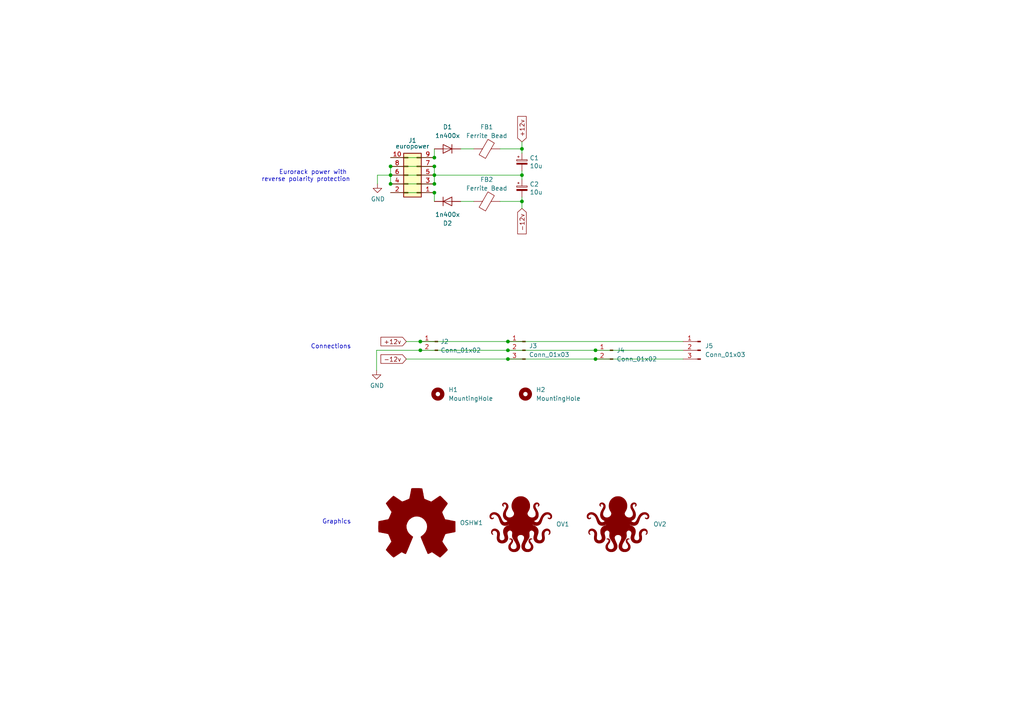
<source format=kicad_sch>
(kicad_sch (version 20211123) (generator eeschema)
  (paper "A4")
  (title_block (title "EurorackPower") (date "2023-12-30") (rev "0.1.0") (company "Octovolt"))
  (lib_symbols
    (symbol "Connector:Conn_01x02_Male" (pin_names (offset 1.016) hide)
      (property "Reference" "J" (at 0 2.54 0))
      (property "Value" "Conn_01x02_Male" (at 0 -5.08 0))
      (symbol "Conn_01x02_Male_1_1"
        (polyline (pts (xy 1.27 -2.54) (xy 0.8636 -2.54)) (stroke (width 0.1524)))
        (polyline (pts (xy 1.27 0) (xy 0.8636 0)) (stroke (width 0.1524)))
        (rectangle (start 0.8636 -2.413) (end 0 -2.667) (stroke (width 0.1524)) (fill (type outline)))
        (rectangle (start 0.8636 0.127) (end 0 -0.127) (stroke (width 0.1524)) (fill (type outline)))
        (pin passive line (at 5.08 0 180) (length 3.81) (name "Pin_1") (number "1"))
        (pin passive line (at 5.08 -2.54 180) (length 3.81) (name "Pin_2") (number "2"))
      )
    )
    (symbol "Connector:Conn_01x03_Male" (pin_names (offset 1.016) hide)
      (property "Reference" "J" (at 0 5.08 0))
      (property "Value" "Conn_01x03_Male" (at 0 -5.08 0))
      (symbol "Conn_01x03_Male_1_1"
        (polyline (pts (xy 1.27 -2.54) (xy 0.8636 -2.54)) (stroke (width 0.1524)))
        (polyline (pts (xy 1.27 0) (xy 0.8636 0)) (stroke (width 0.1524)))
        (polyline (pts (xy 1.27 2.54) (xy 0.8636 2.54)) (stroke (width 0.1524)))
        (rectangle (start 0.8636 -2.413) (end 0 -2.667) (stroke (width 0.1524)) (fill (type outline)))
        (rectangle (start 0.8636 0.127) (end 0 -0.127) (stroke (width 0.1524)) (fill (type outline)))
        (rectangle (start 0.8636 2.667) (end 0 2.413) (stroke (width 0.1524)) (fill (type outline)))
        (pin passive line (at 5.08 2.54 180) (length 3.81) (name "Pin_1") (number "1"))
        (pin passive line (at 5.08 0 180) (length 3.81) (name "Pin_2") (number "2"))
        (pin passive line (at 5.08 -2.54 180) (length 3.81) (name "Pin_3") (number "3"))
      )
    )
    (symbol "Connector_Generic:Conn_02x05_Odd_Even" (pin_names (offset 1.016) hide)
      (property "Reference" "J" (at 1.27 7.62 0))
      (property "Value" "Conn_02x05_Odd_Even" (at 1.27 -7.62 0))
      (symbol "Conn_02x05_Odd_Even_1_1"
        (rectangle (start -1.27 -4.953) (end 0 -5.207) (stroke (width 0.1524)))
        (rectangle (start -1.27 -2.413) (end 0 -2.667) (stroke (width 0.1524)))
        (rectangle (start -1.27 0.127) (end 0 -0.127) (stroke (width 0.1524)))
        (rectangle (start -1.27 2.667) (end 0 2.413) (stroke (width 0.1524)))
        (rectangle (start -1.27 5.207) (end 0 4.953) (stroke (width 0.1524)))
        (rectangle (start -1.27 6.35) (end 3.81 -6.35) (stroke (width 0.254)) (fill (type background)))
        (rectangle (start 3.81 -4.953) (end 2.54 -5.207) (stroke (width 0.1524)))
        (rectangle (start 3.81 -2.413) (end 2.54 -2.667) (stroke (width 0.1524)))
        (rectangle (start 3.81 0.127) (end 2.54 -0.127) (stroke (width 0.1524)))
        (rectangle (start 3.81 2.667) (end 2.54 2.413) (stroke (width 0.1524)))
        (rectangle (start 3.81 5.207) (end 2.54 4.953) (stroke (width 0.1524)))
        (pin passive line (at -5.08 5.08 0) (length 3.81) (name "Pin_1") (number "1"))
        (pin passive line (at 7.62 -5.08 180) (length 3.81) (name "Pin_10") (number "10"))
        (pin passive line (at 7.62 5.08 180) (length 3.81) (name "Pin_2") (number "2"))
        (pin passive line (at -5.08 2.54 0) (length 3.81) (name "Pin_3") (number "3"))
        (pin passive line (at 7.62 2.54 180) (length 3.81) (name "Pin_4") (number "4"))
        (pin passive line (at -5.08 0 0) (length 3.81) (name "Pin_5") (number "5"))
        (pin passive line (at 7.62 0 180) (length 3.81) (name "Pin_6") (number "6"))
        (pin passive line (at -5.08 -2.54 0) (length 3.81) (name "Pin_7") (number "7"))
        (pin passive line (at 7.62 -2.54 180) (length 3.81) (name "Pin_8") (number "8"))
        (pin passive line (at -5.08 -5.08 0) (length 3.81) (name "Pin_9") (number "9"))
      )
    )
    (symbol "Device:FerriteBead" (pin_numbers hide) (pin_names (offset 0))
      (property "Reference" "FB" (at -3.81 0.635 90))
      (property "Value" "FerriteBead" (at 3.81 0 90))
      (symbol "FerriteBead_0_1"
        (polyline (pts (xy 0 -1.27) (xy 0 -1.2192)))
        (polyline (pts (xy 0 1.27) (xy 0 1.2954)))
        (polyline (pts (xy -2.7686 0.4064) (xy -1.7018 2.2606) (xy 2.7686 -0.3048) (xy 1.6764 -2.159) (xy -2.7686 0.4064)))
      )
      (symbol "FerriteBead_1_1"
        (pin passive line (at 0 3.81 270) (length 2.54) (name "~") (number "1"))
        (pin passive line (at 0 -3.81 90) (length 2.54) (name "~") (number "2"))
      )
    )
    (symbol "Graphic:Logo_Open_Hardware_Large" (pin_names (offset 1.016))
      (property "Reference" "#OSHW" (at 0 12.7 0))
      (symbol "Logo_Open_Hardware_Large_1_1"
        (polyline (pts (xy 6.731 -8.7122) (xy 6.6294 -8.6614) (xy 6.35 -8.4836) (xy 5.9944 -8.255) (xy 5.5372 -7.9502) (xy 5.1054 -7.6454) (xy 4.7498 -7.4168) (xy 4.4958 -7.239) (xy 4.3942 -7.1882) (xy 4.318 -7.2136) (xy 4.1148 -7.3152) (xy 3.81 -7.4676) (xy 3.6322 -7.5692) (xy 3.3528 -7.6708) (xy 3.2258 -7.6962) (xy 3.2004 -7.6708) (xy 3.0988 -7.4676) (xy 2.9464 -7.0866) (xy 2.7178 -6.604) (xy 2.4892 -6.0452) (xy 2.2352 -5.4356) (xy 1.9558 -4.826) (xy 1.7272 -4.2164) (xy 1.4986 -3.683) (xy 1.3208 -3.2512) (xy 1.2192 -2.9464) (xy 1.1684 -2.8194) (xy 1.1938 -2.794) (xy 1.3208 -2.667) (xy 1.5748 -2.4892) (xy 2.0828 -2.0574) (xy 2.6162 -1.397) (xy 2.921 -0.6604) (xy 3.048 0.1524) (xy 2.9464 0.9144) (xy 2.6416 1.6256) (xy 2.1336 2.286) (xy 1.524 2.7686) (xy 0.8128 3.0734) (xy 0 3.175) (xy -0.762 3.0988) (xy -1.4986 2.794) (xy -2.159 2.286) (xy -2.4384 1.9812) (xy -2.8194 1.3208) (xy -3.048 0.6096) (xy -3.0734 0.4318) (xy -3.0226 -0.3556) (xy -2.794 -1.0922) (xy -2.3876 -1.7526) (xy -1.8288 -2.3114) (xy -1.7526 -2.3622) (xy -1.4732 -2.5654) (xy -1.2954 -2.6924) (xy -1.1684 -2.8194) (xy -2.159 -5.207) (xy -2.3114 -5.588) (xy -2.5908 -6.2484) (xy -2.8194 -6.8072) (xy -3.0226 -7.2644) (xy -3.1496 -7.5692) (xy -3.2258 -7.6708) (xy -3.2258 -7.6962) (xy -3.302 -7.6962) (xy -3.4798 -7.6454) (xy -3.8354 -7.4676) (xy -4.0386 -7.366) (xy -4.2926 -7.239) (xy -4.4196 -7.1882) (xy -4.5212 -7.239) (xy -4.7498 -7.3914) (xy -5.1054 -7.6454) (xy -5.5372 -7.9248) (xy -5.9436 -8.2042) (xy -6.3246 -8.4582) (xy -6.604 -8.636) (xy -6.731 -8.7122) (xy -6.7564 -8.7122) (xy -6.858 -8.636) (xy -7.0866 -8.4582) (xy -7.4168 -8.1534) (xy -7.874 -7.6962) (xy -7.9502 -7.62) (xy -8.3312 -7.239) (xy -8.636 -6.9088) (xy -8.8392 -6.6802) (xy -8.9154 -6.5786) (xy -8.9154 -6.5786) (xy -8.8392 -6.4516) (xy -8.6614 -6.1722) (xy -8.4328 -5.7912) (xy -8.128 -5.3594) (xy -7.3152 -4.191) (xy -7.7724 -3.0988) (xy -7.8994 -2.7686) (xy -8.0772 -2.3622) (xy -8.2042 -2.0828) (xy -8.255 -1.9558) (xy -8.382 -1.905) (xy -8.6614 -1.8542) (xy -9.0932 -1.7526) (xy -9.6266 -1.651) (xy -10.1092 -1.5748) (xy -10.541 -1.4732) (xy -10.8712 -1.4224) (xy -11.0236 -1.397) (xy -11.049 -1.3716) (xy -11.0744 -1.2954) (xy -11.0998 -1.143) (xy -11.0998 -0.889) (xy -11.1252 -0.4572) (xy -11.1252 0.1524) (xy -11.1252 0.2286) (xy -11.0998 0.8128) (xy -11.0998 1.27) (xy -11.0744 1.5494) (xy -11.0744 1.6764) (xy -11.0744 1.6764) (xy -10.922 1.7018) (xy -10.6172 1.778) (xy -10.16 1.8542) (xy -9.652 1.9558) (xy -9.6012 1.9812) (xy -9.0932 2.0828) (xy -8.636 2.159) (xy -8.3312 2.2352) (xy -8.2042 2.286) (xy -8.1788 2.3114) (xy -8.0772 2.5146) (xy -7.9248 2.8448) (xy -7.747 3.2512) (xy -7.5692 3.6576) (xy -7.4168 4.0386) (xy -7.3152 4.318) (xy -7.2898 4.445) (xy -7.2898 4.445) (xy -7.366 4.572) (xy -7.5438 4.826) (xy -7.7978 5.207) (xy -8.128 5.6642) (xy -8.128 5.6896) (xy -8.4328 6.1468) (xy -8.6868 6.5278) (xy -8.8392 6.7818) (xy -8.9154 6.9088) (xy -8.9154 6.9088) (xy -8.8138 7.0358) (xy -8.5852 7.2898) (xy -8.255 7.6454) (xy -7.874 8.0264) (xy -7.747 8.1534) (xy -7.3152 8.5852) (xy -7.0104 8.8646) (xy -6.8326 8.9916) (xy -6.731 9.0424) (xy -6.731 9.0424) (xy -6.604 8.9408) (xy -6.3246 8.763) (xy -5.9436 8.509) (xy -5.4864 8.2042) (xy -5.461 8.1788) (xy -5.0038 7.874) (xy -4.6482 7.62) (xy -4.3688 7.4422) (xy -4.2672 7.3914) (xy -4.2418 7.3914) (xy -4.064 7.4422) (xy -3.7338 7.5438) (xy -3.3528 7.6962) (xy -2.9464 7.874) (xy -2.5654 8.0264) (xy -2.286 8.1534) (xy -2.159 8.2296) (xy -2.159 8.2296) (xy -2.1082 8.382) (xy -2.032 8.7122) (xy -1.9304 9.1694) (xy -1.8288 9.7282) (xy -1.8034 9.8044) (xy -1.7018 10.3378) (xy -1.6256 10.7696) (xy -1.5748 11.0744) (xy -1.524 11.2014) (xy -1.4478 11.2268) (xy -1.1938 11.2522) (xy -0.8128 11.2522) (xy -0.3302 11.2522) (xy 0.1524 11.2522) (xy 0.6604 11.2522) (xy 1.0668 11.2268) (xy 1.3716 11.2014) (xy 1.4986 11.176) (xy 1.4986 11.176) (xy 1.5494 11.0236) (xy 1.6256 10.6934) (xy 1.7018 10.2108) (xy 1.8288 9.6774) (xy 1.8288 9.5758) (xy 1.9304 9.0424) (xy 2.032 8.6106) (xy 2.0828 8.3058) (xy 2.1336 8.2042) (xy 2.159 8.1788) (xy 2.3876 8.0772) (xy 2.7432 7.9248) (xy 3.175 7.747) (xy 4.191 7.3406) (xy 5.461 8.2042) (xy 5.5626 8.2804) (xy 6.0198 8.5852) (xy 6.3754 8.8392) (xy 6.6294 8.9916) (xy 6.7564 9.0424) (xy 6.7564 9.0424) (xy 6.8834 8.9408) (xy 7.1374 8.7122) (xy 7.4676 8.382) (xy 7.8486 7.9756) (xy 8.1534 7.6962) (xy 8.4836 7.3406) (xy 8.7122 7.112) (xy 8.8392 6.9596) (xy 8.8646 6.858) (xy 8.8646 6.8072) (xy 8.7884 6.6802) (xy 8.6106 6.4008) (xy 8.3312 6.0198) (xy 8.0264 5.588) (xy 7.7978 5.207) (xy 7.5184 4.8006) (xy 7.3406 4.4958) (xy 7.2898 4.3434) (xy 7.2898 4.2926) (xy 7.3914 4.0386) (xy 7.5184 3.683) (xy 7.7216 3.2258) (xy 8.1534 2.2352) (xy 8.7884 2.1082) (xy 9.1948 2.0574) (xy 9.7536 1.9304) (xy 10.2616 1.8288) (xy 11.0998 1.6764) (xy 11.1252 -1.3208) (xy 10.9982 -1.3716) (xy 10.8712 -1.397) (xy 10.5664 -1.4732) (xy 10.1346 -1.5494) (xy 9.6266 -1.651) (xy 9.1948 -1.7272) (xy 8.7376 -1.8288) (xy 8.4328 -1.8796) (xy 8.2804 -1.905) (xy 8.255 -1.9558) (xy 8.1534 -2.159) (xy 7.9756 -2.5146) (xy 7.8232 -2.921) (xy 7.6454 -3.3274) (xy 7.493 -3.7338) (xy 7.366 -4.0132) (xy 7.3406 -4.191) (xy 7.3914 -4.2926) (xy 7.5692 -4.5466) (xy 7.7978 -4.9276) (xy 8.1026 -5.3594) (xy 8.4074 -5.7912) (xy 8.6614 -6.1722) (xy 8.8138 -6.4262) (xy 8.89 -6.5532) (xy 8.8646 -6.6548) (xy 8.6868 -6.858) (xy 8.3566 -7.1882) (xy 7.874 -7.6708) (xy 7.7978 -7.747) (xy 7.3914 -8.128) (xy 7.0612 -8.4328) (xy 6.8326 -8.636) (xy 6.731 -8.7122)) (fill (type outline)))
      )
    )
    (symbol "Mechanical:MountingHole" (pin_names (offset 1.016))
      (property "Reference" "H" (at 0 5.08 0))
      (property "Value" "MountingHole" (at 0 3.175 0))
      (symbol "MountingHole_0_1"
        (circle (center 0 0) (radius 1.27) (stroke (width 1.27)))
      )
    )
    (symbol "Octovolt:Octovolt_Logo" (in_bom no)
      (property "Reference" "#OV" (at 0 9.398 0))
      (symbol "Octovolt_Logo_1_1"
        (polyline (pts (xy -0.254 8.128) (xy -0.4036 8.1214) (xy -0.5322 8.1082) (xy -0.6502 8.0865) (xy -0.7681 8.0543) (xy -0.8966 8.01) (xy -1.0162 7.9636) (xy -1.3095 7.8245) (xy -1.5778 7.6535) (xy -1.82 7.4537) (xy -2.0349 7.2282) (xy -2.2214 6.9801) (xy -2.3783 6.7124) (xy -2.5045 6.4284) (xy -2.5986 6.1311) (xy -2.6597 5.8237) (xy -2.6865 5.5091) (xy -2.6779 5.1906) (xy -2.6327 4.8713) (xy -2.5497 4.5542) (xy -2.4278 4.2424) (xy -2.4196 4.2248) (xy -2.3729 4.1327) (xy -2.3108 4.021) (xy -2.242 3.9048) (xy -2.1853 3.8148) (xy -2.0905 3.6593) (xy -2.0236 3.5237) (xy -1.9813 3.3989) (xy -1.9602 3.276) (xy -1.9564 3.1893) (xy -1.9768 2.9867) (xy -2.0354 2.7939) (xy -2.1289 2.6141) (xy -2.2538 2.4506) (xy -2.4065 2.3065) (xy -2.5837 2.1852) (xy -2.7817 2.0897) (xy -2.9971 2.0233) (xy -3.2265 1.9893) (xy -3.2582 1.9874) (xy -3.4942 1.9925) (xy -3.7103 2.0317) (xy -3.9043 2.1033) (xy -4.0739 2.2057) (xy -4.2165 2.3373) (xy -4.33 2.4965) (xy -4.4119 2.6816) (xy -4.4446 2.8029) (xy -4.4674 2.9428) (xy -4.473 3.0779) (xy -4.4616 3.2246) (xy -4.4442 3.3381) (xy -4.4176 3.4704) (xy -4.3844 3.5957) (xy -4.3415 3.721) (xy -4.286 3.8533) (xy -4.2151 3.9998) (xy -4.1257 4.1673) (xy -4.022 4.3507) (xy -3.9162 4.5453) (xy -3.8373 4.7174) (xy -3.7825 4.8751) (xy -3.7494 5.0262) (xy -3.7353 5.1787) (xy -3.7344 5.2322) (xy -3.7546 5.4504) (xy -3.8135 5.6581) (xy -3.9091 5.8496) (xy -4.0391 6.0194) (xy -4.0476 6.0285) (xy -4.1963 6.1604) (xy -4.3566 6.2547) (xy -4.519 6.3115) (xy -4.6878 6.3345) (xy -4.8589 6.3208) (xy -5.0225 6.2727) (xy -5.1691 6.1922) (xy -5.2227 6.1498) (xy -5.3176 6.0484) (xy -5.3762 5.9388) (xy -5.4034 5.8105) (xy -5.4066 5.7354) (xy -5.4039 5.6486) (xy -5.3927 5.5861) (xy -5.3687 5.53) (xy -5.3443 5.4893) (xy -5.2684 5.3975) (xy -5.1823 5.3432) (xy -5.0898 5.3287) (xy -5.0829 5.3293) (xy -5.016 5.3358) (xy -5.0953 5.4149) (xy -5.1744 5.5152) (xy -5.2131 5.6169) (xy -5.211 5.7172) (xy -5.1685 5.8122) (xy -5.0924 5.9006) (xy -5.0044 5.9532) (xy -4.8936 5.9765) (xy -4.8919 5.9766) (xy -4.7391 5.97) (xy -4.5957 5.9272) (xy -4.4687 5.8523) (xy -4.365 5.7496) (xy -4.2915 5.6233) (xy -4.2854 5.6079) (xy -4.2564 5.5102) (xy -4.2434 5.4101) (xy -4.2477 5.3033) (xy -4.2704 5.1857) (xy -4.3128 5.0532) (xy -4.3762 4.9017) (xy -4.4617 4.7269) (xy -4.5706 4.5248) (xy -4.6446 4.3939) (xy -4.7846 4.1425) (xy -4.8999 3.9183) (xy -4.9923 3.7154) (xy -5.0639 3.5281) (xy -5.1167 3.3506) (xy -5.1524 3.1772) (xy -5.1732 3.0021) (xy -5.1809 2.8195) (xy -5.181 2.8064) (xy -5.1724 2.5856) (xy -5.1421 2.3888) (xy -5.0869 2.2023) (xy -5.0147 2.0338) (xy -4.9024 1.8348) (xy -4.7688 1.6615) (xy -4.6084 1.5087) (xy -4.4157 1.3708) (xy -4.2382 1.2696) (xy -4.1438 1.2182) (xy -4.0587 1.1681) (xy -3.9927 1.1252) (xy -3.9574 1.0974) (xy -3.9133 1.0315) (xy -3.9069 0.9637) (xy -3.9336 0.8963) (xy -3.989 0.8312) (xy -4.0685 0.7703) (xy -4.1678 0.7157) (xy -4.2822 0.6694) (xy -4.4073 0.6334) (xy -4.5386 0.6096) (xy -4.6716 0.6001) (xy -4.8018 0.6069) (xy -4.9247 0.6319) (xy -4.9704 0.6474) (xy -5.0627 0.6919) (xy -5.1509 0.7564) (xy -5.2244 0.8255) (xy -5.3012 0.9102) (xy -5.3751 1.0079) (xy -5.4492 1.124) (xy -5.5269 1.2641) (xy -5.6114 1.4335) (xy -5.7033 1.6316) (xy -5.8178 1.8814) (xy -5.9199 2.0956) (xy -6.0116 2.2782) (xy -6.0951 2.4334) (xy -6.1293 2.4934) (xy -6.2875 2.7295) (xy -6.4699 2.9384) (xy -6.6729 3.1182) (xy -6.8926 3.2672) (xy -7.1255 3.3834) (xy -7.3678 3.4651) (xy -7.6159 3.5105) (xy -7.866 3.5177) (xy -8.1144 3.485) (xy -8.1371 3.4799) (xy -8.2001 3.4604) (xy -8.2858 3.4278) (xy -8.379 3.3878) (xy -8.4123 3.3724) (xy -8.5881 3.2692) (xy -8.7436 3.1385) (xy -8.8742 2.9865) (xy -8.9754 2.8193) (xy -9.0423 2.6429) (xy -9.0677 2.5058) (xy -9.0738 2.2923) (xy -9.0481 2.1068) (xy -8.9906 1.949) (xy -8.9011 1.819) (xy -8.7798 1.7166) (xy -8.698 1.6714) (xy -8.5849 1.6351) (xy -8.4559 1.6205) (xy -8.3277 1.628) (xy -8.2173 1.6578) (xy -8.2112 1.6605) (xy -8.142 1.7019) (xy -8.0754 1.7584) (xy -8.0175 1.8222) (xy -7.9745 1.8854) (xy -7.9525 1.9402) (xy -7.9576 1.9786) (xy -7.9604 1.9818) (xy -7.9861 1.9806) (xy -8.0355 1.9599) (xy -8.0934 1.927) (xy -8.2076 1.866) (xy -8.3091 1.8377) (xy -8.4086 1.8394) (xy -8.4222 1.8418) (xy -8.5219 1.8805) (xy -8.6042 1.9516) (xy -8.6664 2.0475) (xy -8.706 2.1609) (xy -8.7201 2.2844) (xy -8.7062 2.4104) (xy -8.6672 2.5206) (xy -8.5915 2.6385) (xy -8.4876 2.7508) (xy -8.3689 2.8442) (xy -8.3066 2.8804) (xy -8.1189 2.9527) (xy -7.9233 2.9854) (xy -7.7234 2.9797) (xy -7.5225 2.9367) (xy -7.3243 2.8577) (xy -7.1321 2.7437) (xy -6.9496 2.596) (xy -6.7803 2.4157) (xy -6.7333 2.3563) (xy -6.6642 2.2596) (xy -6.5997 2.1552) (xy -6.5372 2.0378) (xy -6.4744 1.902) (xy -6.4087 1.7425) (xy -6.3378 1.5537) (xy -6.2591 1.3305) (xy -6.2426 1.2824) (xy -6.1541 1.0297) (xy -6.0731 0.8138) (xy -5.9969 0.6307) (xy -5.9229 0.476) (xy -5.8485 0.3454) (xy -5.7711 0.2349) (xy -5.6881 0.1401) (xy -5.5968 0.0568) (xy -5.4946 -0.0192) (xy -5.3987 -0.0804) (xy -5.2199 -0.1724) (xy -5.0349 -0.2342) (xy -4.8321 -0.2692) (xy -4.7066 -0.2783) (xy -4.5599 -0.2801) (xy -4.4265 -0.2704) (xy -4.2964 -0.2469) (xy -4.1595 -0.2073) (xy -4.0055 -0.1493) (xy -3.8542 -0.084) (xy -3.7543 -0.0405) (xy -3.6654 -0.0043) (xy -3.5961 0.0214) (xy -3.5547 0.0331) (xy -3.5503 0.0335) (xy -3.4965 0.0153) (xy -3.4567 -0.0292) (xy -3.4432 -0.0845) (xy -3.4453 -0.0981) (xy -3.4628 -0.1344) (xy -3.4995 -0.168) (xy -3.5612 -0.2021) (xy -3.6533 -0.24) (xy -3.7705 -0.281) (xy -3.9464 -0.3468) (xy -4.1181 -0.4242) (xy -4.2732 -0.507) (xy -4.3994 -0.5892) (xy -4.4026 -0.5917) (xy -4.6144 -0.7739) (xy -4.7938 -0.9778) (xy -4.9384 -1.1996) (xy -5.0455 -1.4355) (xy -5.0831 -1.554) (xy -5.0984 -1.6206) (xy -5.1092 -1.6958) (xy -5.116 -1.7882) (xy -5.1194 -1.9062) (xy -5.1201 -2.0514) (xy -5.1197 -2.1619) (xy -5.1181 -2.2546) (xy -5.114 -2.3356) (xy -5.1061 -2.4112) (xy -5.093 -2.4877) (xy -5.0734 -2.5714) (xy -5.046 -2.6686) (xy -5.0094 -2.7854) (xy -4.9624 -2.9283) (xy -4.9035 -3.1033) (xy -4.8863 -3.1543) (xy -4.8217 -3.351) (xy -4.7726 -3.5144) (xy -4.738 -3.6504) (xy -4.717 -3.7648) (xy -4.7087 -3.8636) (xy -4.7121 -3.9524) (xy -4.7263 -4.0372) (xy -4.7384 -4.0842) (xy -4.8055 -4.2506) (xy -4.9034 -4.3883) (xy -5.0317 -4.4969) (xy -5.1897 -4.5758) (xy -5.3768 -4.6246) (xy -5.4698 -4.6366) (xy -5.6602 -4.6364) (xy -5.8318 -4.5996) (xy -5.9827 -4.5272) (xy -6.1106 -4.4204) (xy -6.2134 -4.2801) (xy -6.2284 -4.2527) (xy -6.2513 -4.2055) (xy -6.2673 -4.16) (xy -6.2779 -4.1066) (xy -6.2847 -4.0359) (xy -6.2893 -3.9382) (xy -6.2916 -3.8611) (xy -6.2934 -3.7153) (xy -6.2893 -3.595) (xy -6.2781 -3.4839) (xy -6.2587 -3.3653) (xy -6.2551 -3.3468) (xy -6.2314 -3.188) (xy -6.2166 -3.0105) (xy -6.2108 -2.8268) (xy -6.2141 -2.6495) (xy -6.2268 -2.4912) (xy -6.2429 -2.3907) (xy -6.2943 -2.2186) (xy -6.3734 -2.0426) (xy -6.4734 -1.8744) (xy -6.5873 -1.7258) (xy -6.7027 -1.6127) (xy -6.9171 -1.4594) (xy -7.1356 -1.3464) (xy -7.3566 -1.2743) (xy -7.5788 -1.2435) (xy -7.7872 -1.2527) (xy -7.9894 -1.299) (xy -8.1675 -1.3793) (xy -8.3193 -1.4915) (xy -8.4429 -1.6334) (xy -8.5361 -1.8031) (xy -8.597 -1.9984) (xy -8.6139 -2.0988) (xy -8.6174 -2.2534) (xy -8.5921 -2.409) (xy -8.5418 -2.5561) (xy -8.4698 -2.6853) (xy -8.3799 -2.7872) (xy -8.3412 -2.8172) (xy -8.276 -2.8551) (xy -8.2139 -2.8802) (xy -8.1649 -2.8898) (xy -8.1389 -2.881) (xy -8.1371 -2.8739) (xy -8.1498 -2.852) (xy -8.1832 -2.808) (xy -8.2292 -2.7522) (xy -8.3059 -2.6566) (xy -8.356 -2.5763) (xy -8.385 -2.4985) (xy -8.398 -2.4105) (xy -8.4004 -2.3362) (xy -8.399 -2.2495) (xy -8.3909 -2.1885) (xy -8.3718 -2.1367) (xy -8.3375 -2.0775) (xy -8.3308 -2.0669) (xy -8.2157 -1.9221) (xy -8.0797 -1.814) (xy -8.0315 -1.7869) (xy -7.9806 -1.7657) (xy -7.9216 -1.7527) (xy -7.8428 -1.7462) (xy -7.7386 -1.7445) (xy -7.639 -1.7455) (xy -7.5676 -1.7505) (xy -7.5101 -1.7624) (xy -7.4526 -1.7841) (xy -7.3808 -1.8186) (xy -7.2181 -1.9219) (xy -7.0854 -2.0545) (xy -6.9822 -2.2169) (xy -6.9078 -2.4101) (xy -6.8984 -2.4445) (xy -6.8789 -2.5618) (xy -6.8714 -2.7106) (xy -6.8755 -2.8822) (xy -6.8908 -3.0675) (xy -6.9172 -3.2576) (xy -6.9305 -3.332) (xy -6.9611 -3.5358) (xy -6.977 -3.7455) (xy -6.9784 -3.95) (xy -6.9652 -4.1382) (xy -6.9373 -4.2992) (xy -6.9329 -4.3162) (xy -6.8489 -4.5637) (xy -6.7373 -4.7791) (xy -6.598 -4.9625) (xy -6.431 -5.1138) (xy -6.2365 -5.233) (xy -6.0144 -5.3201) (xy -5.9223 -5.3449) (xy -5.7772 -5.3692) (xy -5.6057 -5.3817) (xy -5.4214 -5.3827) (xy -5.2381 -5.3725) (xy -5.0696 -5.3514) (xy -4.9409 -5.323) (xy -4.6938 -5.2335) (xy -4.4776 -5.1164) (xy -4.2931 -4.9724) (xy -4.1411 -4.8021) (xy -4.1065 -4.7526) (xy -3.9931 -4.5681) (xy -3.9069 -4.3928) (xy -3.8471 -4.2204) (xy -3.8128 -4.0441) (xy -3.8033 -3.8576) (xy -3.8179 -3.6542) (xy -3.8556 -3.4274) (xy -3.9151 -3.1732) (xy -3.9668 -2.962) (xy -4.0027 -2.7839) (xy -4.0231 -2.6327) (xy -4.0279 -2.5022) (xy -4.0173 -2.3862) (xy -3.9914 -2.2786) (xy -3.9503 -2.1732) (xy -3.9325 -2.1361) (xy -3.8409 -1.9937) (xy -3.7214 -1.8712) (xy -3.5815 -1.7732) (xy -3.4289 -1.7042) (xy -3.2709 -1.6687) (xy -3.1475 -1.6672) (xy -2.987 -1.7023) (xy -2.8363 -1.774) (xy -2.7034 -1.8765) (xy -2.5963 -2.0042) (xy -2.5435 -2.0997) (xy -2.511 -2.2063) (xy -2.4925 -2.3466) (xy -2.4883 -2.5144) (xy -2.4985 -2.7032) (xy -2.5178 -2.8691) (xy -2.5407 -3.0926) (xy -2.5411 -3.2944) (xy -2.5182 -3.4893) (xy -2.4856 -3.6388) (xy -2.4572 -3.7369) (xy -2.421 -3.8351) (xy -2.3741 -3.9392) (xy -2.3137 -4.0545) (xy -2.2368 -4.1866) (xy -2.1404 -4.3411) (xy -2.0217 -4.5235) (xy -2.0119 -4.5384) (xy -1.9249 -4.6711) (xy -1.8377 -4.8066) (xy -1.7557 -4.936) (xy -1.6846 -5.0505) (xy -1.6299 -5.1414) (xy -1.6174 -5.1629) (xy -1.4633 -5.4549) (xy -1.3463 -5.7287) (xy -1.2665 -5.984) (xy -1.224 -6.2206) (xy -1.2188 -6.4382) (xy -1.251 -6.6364) (xy -1.26 -6.6676) (xy -1.2885 -6.748) (xy -1.3222 -6.8121) (xy -1.3708 -6.8747) (xy -1.4351 -6.942) (xy -1.5073 -7.009) (xy -1.5813 -7.0693) (xy -1.6435 -7.1119) (xy -1.6548 -7.1181) (xy -1.8269 -7.1835) (xy -2.0157 -7.2164) (xy -2.2117 -7.2173) (xy -2.4054 -7.1871) (xy -2.5872 -7.1263) (xy -2.7409 -7.0404) (xy -2.8657 -6.9278) (xy -2.9639 -6.7875) (xy -3.0331 -6.6268) (xy -3.0709 -6.4527) (xy -3.0751 -6.2722) (xy -3.0475 -6.1076) (xy -3.0183 -6.0143) (xy -2.9787 -5.921) (xy -2.9248 -5.8202) (xy -2.8524 -5.7045) (xy -2.7574 -5.5664) (xy -2.7262 -5.5227) (xy -2.6527 -5.4166) (xy -2.5811 -5.3065) (xy -2.5187 -5.2044) (xy -2.4732 -5.1219) (xy -2.4672 -5.11) (xy -2.4279 -5.0237) (xy -2.4049 -4.9559) (xy -2.3942 -4.8884) (xy -2.3914 -4.8028) (xy -2.3914 -4.7819) (xy -2.401 -4.6258) (xy -2.4312 -4.4977) (xy -2.4863 -4.3866) (xy -2.5704 -4.2816) (xy -2.5916 -4.2597) (xy -2.7167 -4.158) (xy -2.8493 -4.097) (xy -2.9929 -4.0755) (xy -3.0687 -4.079) (xy -3.1402 -4.0923) (xy -3.2157 -4.1155) (xy -3.2839 -4.1439) (xy -3.3335 -4.1728) (xy -3.3534 -4.1974) (xy -3.3534 -4.1981) (xy -3.3339 -4.2073) (xy -3.2818 -4.2159) (xy -3.2069 -4.2225) (xy -3.1755 -4.2241) (xy -3.0848 -4.2293) (xy -3.0233 -4.2381) (xy -2.9781 -4.2542) (xy -2.9361 -4.2813) (xy -2.9162 -4.2969) (xy -2.8152 -4.402) (xy -2.7533 -4.5234) (xy -2.7305 -4.661) (xy -2.7304 -4.6761) (xy -2.7388 -4.77) (xy -2.7658 -4.8616) (xy -2.8149 -4.9587) (xy -2.89 -5.0691) (xy -2.9656 -5.1652) (xy -3.0338 -5.2484) (xy -3.1161 -5.3488) (xy -3.1998 -5.4507) (xy -3.2435 -5.5039) (xy -3.3805 -5.6916) (xy -3.4924 -5.8884) (xy -3.5736 -6.0838) (xy -3.5984 -6.1676) (xy -3.6179 -6.2832) (xy -3.6264 -6.4235) (xy -3.6245 -6.5748) (xy -3.6126 -6.7231) (xy -3.5913 -6.8547) (xy -3.5684 -6.9371) (xy -3.471 -7.1463) (xy -3.3381 -7.3356) (xy -3.173 -7.5024) (xy -2.9788 -7.6442) (xy -2.7586 -7.7587) (xy -2.5157 -7.8433) (xy -2.3699 -7.8769) (xy -2.2309 -7.8944) (xy -2.0664 -7.9011) (xy -1.8907 -7.8975) (xy -1.7179 -7.8842) (xy -1.5623 -7.8617) (xy -1.4696 -7.8405) (xy -1.2909 -7.7821) (xy -1.1388 -7.7123) (xy -1.0006 -7.6236) (xy -0.8631 -7.5083) (xy -0.7915 -7.4392) (xy -0.6261 -7.2531) (xy -0.4997 -7.0626) (xy -0.4088 -6.8607) (xy -0.3502 -6.6406) (xy -0.3279 -6.4858) (xy -0.3183 -6.3494) (xy -0.3192 -6.2169) (xy -0.332 -6.0832) (xy -0.3581 -5.9431) (xy -0.3989 -5.7915) (xy -0.4556 -5.6231) (xy -0.5297 -5.4328) (xy -0.6224 -5.2153) (xy -0.7157 -5.0082) (xy -0.8039 -4.8141) (xy -0.8756 -4.6522) (xy -0.9331 -4.5166) (xy -0.9784 -4.4018) (xy -1.0139 -4.3018) (xy -1.0417 -4.211) (xy -1.064 -4.1234) (xy -1.0766 -4.0657) (xy -1.1021 -3.9093) (xy -1.1071 -3.776) (xy -1.0914 -3.6521) (xy -1.0673 -3.5617) (xy -1.0006 -3.4093) (xy -0.9019 -3.2761) (xy -0.7682 -3.1594) (xy -0.5968 -3.0562) (xy -0.5594 -3.0377) (xy -0.4007 -2.9616) (xy 0.2578 -2.9616) (xy 0.4197 -3.0416) (xy 0.5802 -3.1367) (xy 0.7191 -3.2504) (xy 0.8281 -3.3755) (xy 0.8695 -3.4412) (xy 0.8991 -3.4999) (xy 0.9183 -3.5545) (xy 0.9299 -3.618) (xy 0.9368 -3.7033) (xy 0.9397 -3.7681) (xy 0.9415 -3.8681) (xy 0.9376 -3.9623) (xy 0.9266 -4.0556) (xy 0.9069 -4.153) (xy 0.8771 -4.2594) (xy 0.8355 -4.3799) (xy 0.7806 -4.5195) (xy 0.7109 -4.683) (xy 0.625 -4.8755) (xy 0.5468 -5.0465) (xy 0.4431 -5.2768) (xy 0.3591 -5.476) (xy 0.2929 -5.6494) (xy 0.2426 -5.8025) (xy 0.2063 -5.9406) (xy 0.1822 -6.0691) (xy 0.1755 -6.12) (xy 0.1658 -6.37) (xy 0.194 -6.615) (xy 0.2576 -6.8505) (xy 0.3543 -7.072) (xy 0.4815 -7.275) (xy 0.6369 -7.455) (xy 0.8182 -7.6075) (xy 1.0227 -7.728) (xy 1.0423 -7.7372) (xy 1.1865 -7.7975) (xy 1.3231 -7.8408) (xy 1.4648 -7.8696) (xy 1.6243 -7.8867) (xy 1.7901 -7.8941) (xy 1.9112 -7.8955) (xy 2.0277 -7.8939) (xy 2.1281 -7.8896) (xy 2.2006 -7.8831) (xy 2.2124 -7.8812) (xy 2.3387 -7.8517) (xy 2.4807 -7.8073) (xy 2.6222 -7.7538) (xy 2.7466 -7.6972) (xy 2.7997 -7.6683) (xy 2.9151 -7.5886) (xy 3.0357 -7.4863) (xy 3.1499 -7.3725) (xy 3.2463 -7.2585) (xy 3.2989 -7.1813) (xy 3.3452 -7.0926) (xy 3.3925 -6.985) (xy 3.431 -6.8803) (xy 3.4338 -6.8716) (xy 3.4586 -6.7875) (xy 3.4738 -6.7174) (xy 3.4812 -6.6467) (xy 3.4822 -6.5613) (xy 3.479 -6.4589) (xy 3.4684 -6.3115) (xy 3.4473 -6.1774) (xy 3.413 -6.0507) (xy 3.3626 -5.9253) (xy 3.2933 -5.7954) (xy 3.2022 -5.6548) (xy 3.0864 -5.4977) (xy 2.9431 -5.3181) (xy 2.9241 -5.2949) (xy 2.818 -5.1646) (xy 2.7367 -5.0603) (xy 2.6769 -4.9764) (xy 2.6354 -4.9071) (xy 2.6091 -4.8468) (xy 2.5946 -4.7898) (xy 2.5887 -4.7302) (xy 2.5881 -4.7014) (xy 2.5961 -4.5713) (xy 2.6251 -4.4689) (xy 2.6789 -4.3829) (xy 2.7164 -4.3426) (xy 2.7863 -4.2831) (xy 2.8558 -4.2461) (xy 2.9383 -4.227) (xy 3.0474 -4.221) (xy 3.0632 -4.221) (xy 3.15 -4.2172) (xy 3.1953 -4.2059) (xy 3.199 -4.1864) (xy 3.1613 -4.1586) (xy 3.0821 -4.1221) (xy 3.0796 -4.1211) (xy 2.9285 -4.0805) (xy 2.779 -4.0811) (xy 2.636 -4.1218) (xy 2.5046 -4.2014) (xy 2.4426 -4.2578) (xy 2.3572 -4.3539) (xy 2.2999 -4.4424) (xy 2.2657 -4.5362) (xy 2.2496 -4.648) (xy 2.2463 -4.7607) (xy 2.2477 -4.8629) (xy 2.2532 -4.9367) (xy 2.2655 -4.9963) (xy 2.2872 -5.0557) (xy 2.3119 -5.11) (xy 2.349 -5.1788) (xy 2.4046 -5.2705) (xy 2.472 -5.3742) (xy 2.544 -5.479) (xy 2.5602 -5.5015) (xy 2.6893 -5.69) (xy 2.7881 -5.8567) (xy 2.8587 -6.0076) (xy 2.9031 -6.1484) (xy 2.9233 -6.2847) (xy 2.9215 -6.4225) (xy 2.9122 -6.4978) (xy 2.8646 -6.6803) (xy 2.7826 -6.8384) (xy 2.6657 -6.9726) (xy 2.5137 -7.0833) (xy 2.4298 -7.1275) (xy 2.3702 -7.1547) (xy 2.3191 -7.1736) (xy 2.2666 -7.1861) (xy 2.2024 -7.1937) (xy 2.1163 -7.1984) (xy 1.9984 -7.2017) (xy 1.9949 -7.2018) (xy 1.7024 -7.2087) (xy 1.5461 -7.1345) (xy 1.3846 -7.0388) (xy 1.2544 -6.9179) (xy 1.1491 -6.7656) (xy 1.1368 -6.7429) (xy 1.0656 -6.6085) (xy 1.075 -6.3302) (xy 1.0803 -6.2064) (xy 1.0881 -6.1111) (xy 1.1008 -6.0305) (xy 1.1206 -5.9507) (xy 1.1497 -5.858) (xy 1.1557 -5.8402) (xy 1.2349 -5.6343) (xy 1.3409 -5.4074) (xy 1.4749 -5.1574) (xy 1.6379 -4.8825) (xy 1.803 -4.6231) (xy 1.9191 -4.4448) (xy 2.014 -4.2965) (xy 2.0907 -4.1734) (xy 2.1517 -4.0705) (xy 2.2 -3.983) (xy 2.2383 -3.9059) (xy 2.2693 -3.8344) (xy 2.2958 -3.7636) (xy 2.3059 -3.7341) (xy 2.3456 -3.6025) (xy 2.3729 -3.4787) (xy 2.3881 -3.3534) (xy 2.392 -3.2173) (xy 2.3849 -3.0612) (xy 2.3676 -2.8759) (xy 2.3606 -2.8146) (xy 2.3423 -2.6473) (xy 2.3315 -2.5138) (xy 2.3289 -2.4062) (xy 2.3349 -2.3165) (xy 2.3501 -2.2367) (xy 2.3752 -2.159) (xy 2.4105 -2.0753) (xy 2.4123 -2.0714) (xy 2.497 -1.9338) (xy 2.6102 -1.8208) (xy 2.745 -1.736) (xy 2.8942 -1.6828) (xy 3.0507 -1.6648) (xy 3.19 -1.6812) (xy 3.3752 -1.7455) (xy 3.5378 -1.8447) (xy 3.6746 -1.9761) (xy 3.7822 -2.1373) (xy 3.7928 -2.1581) (xy 3.8272 -2.2297) (xy 3.8495 -2.2861) (xy 3.8622 -2.3402) (xy 3.868 -2.4051) (xy 3.8694 -2.4938) (xy 3.8693 -2.5428) (xy 3.8679 -2.6265) (xy 3.8637 -2.701) (xy 3.8551 -2.7749) (xy 3.8406 -2.8571) (xy 3.8188 -2.9564) (xy 3.7882 -3.0815) (xy 3.7606 -3.1897) (xy 3.723 -3.3376) (xy 3.6952 -3.4534) (xy 3.6758 -3.5458) (xy 3.6633 -3.6237) (xy 3.6563 -3.6957) (xy 3.6533 -3.7705) (xy 3.6527 -3.8361) (xy 3.6565 -3.9794) (xy 3.6699 -4.1024) (xy 3.6962 -4.2172) (xy 3.7386 -4.3362) (xy 3.8003 -4.4719) (xy 3.8375 -4.5461) (xy 3.9704 -4.7664) (xy 4.1263 -4.9525) (xy 4.3062 -5.1046) (xy 4.5107 -5.2232) (xy 4.7405 -5.3087) (xy 4.9964 -5.3614) (xy 5.2792 -5.3818) (xy 5.4353 -5.3798) (xy 5.6766 -5.3586) (xy 5.8876 -5.3134) (xy 6.0745 -5.2418) (xy 6.2436 -5.1412) (xy 6.4012 -5.0091) (xy 6.4287 -4.9819) (xy 6.5586 -4.8244) (xy 6.6692 -4.6376) (xy 6.7544 -4.4325) (xy 6.78 -4.348) (xy 6.8032 -4.2245) (xy 6.8164 -4.0689) (xy 6.82 -3.8899) (xy 6.814 -3.6966) (xy 6.7987 -3.4977) (xy 6.7742 -3.3022) (xy 6.7559 -3.1944) (xy 6.731 -3.054) (xy 6.715 -2.9441) (xy 6.7069 -2.8539) (xy 6.7059 -2.7728) (xy 6.7093 -2.7076) (xy 6.742 -2.4758) (xy 6.803 -2.2755) (xy 6.8925 -2.1061) (xy 7.0109 -1.9671) (xy 7.1586 -1.858) (xy 7.336 -1.7784) (xy 7.422 -1.753) (xy 7.5839 -1.7305) (xy 7.7389 -1.7445) (xy 7.8821 -1.7915) (xy 8.0083 -1.8677) (xy 8.1127 -1.9695) (xy 8.1901 -2.0934) (xy 8.2357 -2.2357) (xy 8.2459 -2.3477) (xy 8.2393 -2.4597) (xy 8.2156 -2.5514) (xy 8.169 -2.6373) (xy 8.0936 -2.732) (xy 8.0897 -2.7364) (xy 8.0284 -2.8118) (xy 7.9968 -2.8656) (xy 7.9956 -2.8959) (xy 8.0254 -2.9006) (xy 8.0395 -2.8971) (xy 8.1528 -2.8432) (xy 8.2595 -2.7563) (xy 8.3498 -2.6458) (xy 8.3979 -2.5594) (xy 8.4188 -2.5084) (xy 8.4328 -2.4572) (xy 8.4411 -2.3956) (xy 8.4453 -2.3131) (xy 8.4466 -2.1994) (xy 8.4466 -2.1887) (xy 8.4463 -2.0775) (xy 8.4438 -1.9977) (xy 8.4371 -1.9383) (xy 8.4243 -1.8883) (xy 8.4035 -1.8368) (xy 8.3743 -1.776) (xy 8.2672 -1.6014) (xy 8.1348 -1.4602) (xy 7.9788 -1.3533) (xy 7.801 -1.2817) (xy 7.6032 -1.2461) (xy 7.3871 -1.2475) (xy 7.3405 -1.2525) (xy 7.1119 -1.3014) (xy 6.8943 -1.3882) (xy 6.692 -1.5088) (xy 6.5098 -1.6593) (xy 6.352 -1.8357) (xy 6.2232 -2.034) (xy 6.1279 -2.2503) (xy 6.0976 -2.3505) (xy 6.0813 -2.4434) (xy 6.0704 -2.5681) (xy 6.0648 -2.7148) (xy 6.0646 -2.8733) (xy 6.0696 -3.0337) (xy 6.0797 -3.1859) (xy 6.0947 -3.32) (xy 6.1074 -3.3937) (xy 6.1451 -3.6114) (xy 6.161 -3.7994) (xy 6.1547 -3.9643) (xy 6.1259 -4.1127) (xy 6.0743 -4.2513) (xy 6.0616 -4.2776) (xy 5.9912 -4.382) (xy 5.893 -4.4795) (xy 5.7812 -4.5577) (xy 5.7 -4.5952) (xy 5.5877 -4.6216) (xy 5.4531 -4.6339) (xy 5.3111 -4.6324) (xy 5.177 -4.6175) (xy 5.0658 -4.5893) (xy 5.0519 -4.5839) (xy 4.8833 -4.4957) (xy 4.7507 -4.3856) (xy 4.654 -4.253) (xy 4.5931 -4.0978) (xy 4.5676 -3.9196) (xy 4.5695 -3.7983) (xy 4.5757 -3.7236) (xy 4.5843 -3.6552) (xy 4.5973 -3.5861) (xy 4.6165 -3.5093) (xy 4.6439 -3.4178) (xy 4.6813 -3.3046) (xy 4.7304 -3.1626) (xy 4.764 -3.0674) (xy 4.8517 -2.8059) (xy 4.9177 -2.5742) (xy 4.9628 -2.3657) (xy 4.9876 -2.1743) (xy 4.9928 -1.9935) (xy 4.9791 -1.817) (xy 4.947 -1.6385) (xy 4.9218 -1.5371) (xy 4.8704 -1.3767) (xy 4.8054 -1.2318) (xy 4.721 -1.0931) (xy 4.6116 -0.9515) (xy 4.4715 -0.7976) (xy 4.4694 -0.7954) (xy 4.2637 -0.6093) (xy 4.0378 -0.4577) (xy 3.7871 -0.3376) (xy 3.6099 -0.2756) (xy 3.4711 -0.2277) (xy 3.3675 -0.1802) (xy 3.3016 -0.1344) (xy 3.2789 -0.1029) (xy 3.284 -0.0651) (xy 3.3138 -0.0207) (xy 3.3562 0.0168) (xy 3.3988 0.0335) (xy 3.4008 0.0335) (xy 3.4329 0.0254) (xy 3.4955 0.003) (xy 3.5803 -0.0305) (xy 3.6791 -0.0719) (xy 3.7093 -0.085) (xy 3.825 -0.1335) (xy 3.9434 -0.1796) (xy 4.0511 -0.2183) (xy 4.1347 -0.2447) (xy 4.1396 -0.246) (xy 4.3622 -0.2845) (xy 4.5905 -0.285) (xy 4.8182 -0.2498) (xy 5.0387 -0.1808) (xy 5.2455 -0.0804) (xy 5.4324 0.0494) (xy 5.5928 0.2065) (xy 5.6276 0.2492) (xy 5.6883 0.3329) (xy 5.7453 0.4246) (xy 5.8009 0.5294) (xy 5.8575 0.6525) (xy 5.9174 0.799) (xy 5.9829 0.9742) (xy 6.0564 1.1832) (xy 6.0849 1.2667) (xy 6.1381 1.4214) (xy 6.1906 1.5698) (xy 6.2398 1.7052) (xy 6.2833 1.8206) (xy 6.3185 1.9095) (xy 6.3429 1.965) (xy 6.343 1.9652) (xy 6.4806 2.2067) (xy 6.6363 2.4193) (xy 6.8072 2.601) (xy 6.9908 2.7501) (xy 7.1842 2.8648) (xy 7.3847 2.9431) (xy 7.5896 2.9833) (xy 7.7962 2.9835) (xy 7.849 2.9769) (xy 8.0303 2.9314) (xy 8.196 2.8545) (xy 8.3395 2.7506) (xy 8.4542 2.624) (xy 8.509 2.5341) (xy 8.5407 2.461) (xy 8.5575 2.3887) (xy 8.5632 2.2981) (xy 8.5634 2.2715) (xy 8.5611 2.1837) (xy 8.5514 2.1214) (xy 8.5303 2.0678) (xy 8.501 2.0177) (xy 8.4172 1.9181) (xy 8.3185 1.8574) (xy 8.2074 1.836) (xy 8.0862 1.8541) (xy 7.9575 1.9122) (xy 7.9178 1.9375) (xy 7.8535 1.972) (xy 7.8139 1.9744) (xy 7.8006 1.9482) (xy 7.815 1.8967) (xy 7.8588 1.8234) (xy 7.863 1.8176) (xy 7.9533 1.7272) (xy 8.0692 1.6627) (xy 8.2015 1.6261) (xy 8.3411 1.6191) (xy 8.4786 1.6437) (xy 8.559 1.6757) (xy 8.6902 1.7636) (xy 8.7947 1.8801) (xy 8.8712 2.0199) (xy 8.9185 2.1778) (xy 8.9353 2.3487) (xy 8.9205 2.5272) (xy 8.8726 2.7082) (xy 8.8304 2.8097) (xy 8.727 2.9815) (xy 8.5892 3.1388) (xy 8.424 3.2756) (xy 8.2384 3.386) (xy 8.0722 3.4539) (xy 7.9894 3.4791) (xy 7.917 3.4956) (xy 7.8416 3.5053) (xy 7.7501 3.5097) (xy 7.6321 3.5107) (xy 7.3776 3.4955) (xy 7.1444 3.4492) (xy 6.9244 3.3688) (xy 6.7096 3.2518) (xy 6.5554 3.1446) (xy 6.437 3.0488) (xy 6.3264 2.9445) (xy 6.2211 2.828) (xy 6.1188 2.6953) (xy 6.0167 2.5426) (xy 5.9125 2.3661) (xy 5.8036 2.162) (xy 5.6874 1.9263) (xy 5.5615 1.6553) (xy 5.5232 1.5706) (xy 5.4265 1.365) (xy 5.3357 1.1939) (xy 5.2466 1.0506) (xy 5.1551 0.9286) (xy 5.0614 0.8253) (xy 4.9492 0.7238) (xy 4.8432 0.6557) (xy 4.7315 0.616) (xy 4.6024 0.5997) (xy 4.5311 0.5988) (xy 4.3817 0.6104) (xy 4.2352 0.6396) (xy 4.0978 0.6832) (xy 3.9755 0.7385) (xy 3.8741 0.8023) (xy 3.7997 0.8718) (xy 3.7581 0.944) (xy 3.7515 0.9851) (xy 3.7584 1.0348) (xy 3.7829 1.0788) (xy 3.8307 1.1226) (xy 3.9075 1.1716) (xy 3.9989 1.2209) (xy 4.2113 1.3383) (xy 4.3877 1.4535) (xy 4.5338 1.5716) (xy 4.6552 1.698) (xy 4.7575 1.8376) (xy 4.8456 1.9939) (xy 4.9187 2.1543) (xy 4.9693 2.3033) (xy 5.0014 2.4565) (xy 5.0189 2.6295) (xy 5.0224 2.7005) (xy 5.025 2.877) (xy 5.0174 3.0421) (xy 4.9978 3.2011) (xy 4.9647 3.3593) (xy 4.9162 3.522) (xy 4.8506 3.6946) (xy 4.7663 3.8822) (xy 4.6614 4.0903) (xy 4.5343 4.3242) (xy 4.4476 4.4776) (xy 4.3569 4.6371) (xy 4.2855 4.7668) (xy 4.2309 4.8729) (xy 4.1907 4.9619) (xy 4.1626 5.0402) (xy 4.1441 5.1143) (xy 4.1327 5.1905) (xy 4.1261 5.2754) (xy 4.1231 5.3403) (xy 4.1198 5.448) (xy 4.1207 5.5243) (xy 4.1268 5.58) (xy 4.1395 5.6259) (xy 4.16 5.6729) (xy 4.1601 5.6732) (xy 4.236 5.7839) (xy 4.343 5.8749) (xy 4.4719 5.9403) (xy 4.614 5.9745) (xy 4.6267 5.9758) (xy 4.7579 5.9724) (xy 4.8698 5.9404) (xy 4.9596 5.885) (xy 5.0238 5.8115) (xy 5.0595 5.725) (xy 5.0635 5.6308) (xy 5.0326 5.5341) (xy 4.9637 5.4402) (xy 4.955 5.4316) (xy 4.9004 5.3696) (xy 4.8818 5.3273) (xy 4.8972 5.3066) (xy 4.9443 5.3094) (xy 5.0209 5.3374) (xy 5.0505 5.3517) (xy 5.1416 5.42) (xy 5.2084 5.5159) (xy 5.2488 5.631) (xy 5.2607 5.7569) (xy 5.2419 5.885) (xy 5.2071 5.9763) (xy 5.1206 6.1058) (xy 5.0082 6.2066) (xy 4.8752 6.2785) (xy 4.7271 6.3212) (xy 4.5693 6.3344) (xy 4.4072 6.3178) (xy 4.2463 6.2711) (xy 4.0919 6.1941) (xy 3.9495 6.0865) (xy 3.9057 6.0438) (xy 3.77 5.8742) (xy 3.6723 5.6864) (xy 3.6124 5.4797) (xy 3.59 5.2537) (xy 3.5898 5.23) (xy 3.5928 5.1083) (xy 3.6033 4.9989) (xy 3.6237 4.8945) (xy 3.6565 4.7877) (xy 3.7041 4.6715) (xy 3.769 4.5385) (xy 3.8537 4.3814) (xy 3.9091 4.2829) (xy 4.0192 4.084) (xy 4.1071 3.9124) (xy 4.1753 3.7607) (xy 4.2261 3.6217) (xy 4.2621 3.4883) (xy 4.2858 3.3532) (xy 4.2995 3.2092) (xy 4.3035 3.1312) (xy 4.3072 3.0093) (xy 4.307 2.9183) (xy 4.3018 2.8469) (xy 4.2908 2.7838) (xy 4.2731 2.7175) (xy 4.2702 2.7076) (xy 4.194 2.5249) (xy 4.0861 2.3663) (xy 3.9505 2.233) (xy 3.7912 2.1265) (xy 3.6122 2.0479) (xy 3.4174 1.9986) (xy 3.2108 1.9798) (xy 2.9964 1.9929) (xy 2.7783 2.0391) (xy 2.5602 2.1198) (xy 2.518 2.1396) (xy 2.3211 2.2578) (xy 2.1498 2.4055) (xy 2.0076 2.578) (xy 1.898 2.7708) (xy 1.8245 2.9791) (xy 1.7997 3.1055) (xy 1.7955 3.2205) (xy 1.8152 3.3444) (xy 1.8606 3.4817) (xy 1.9333 3.6373) (xy 2.035 3.8157) (xy 2.0656 3.8653) (xy 2.2283 4.1494) (xy 2.3543 4.4253) (xy 2.4464 4.6996) (xy 2.4807 4.8384) (xy 2.4994 4.9553) (xy 2.5128 5.1021) (xy 2.5206 5.2683) (xy 2.523 5.4434) (xy 2.5199 5.6171) (xy 2.5114 5.7788) (xy 2.4974 5.9181) (xy 2.4807 6.0131) (xy 2.3811 6.3536) (xy 2.2477 6.6701) (xy 2.0821 6.9611) (xy 1.8855 7.2251) (xy 1.6594 7.4606) (xy 1.4052 7.6662) (xy 1.1243 7.8402) (xy 0.8182 7.9812) (xy 0.5426 8.0731) (xy 0.4688 8.093) (xy 0.4042 8.1076) (xy 0.3402 8.1178) (xy 0.268 8.1242) (xy 0.1789 8.1279) (xy 0.0643 8.1295) (xy -0.0726 8.1298) (xy -0.254 8.128)) (fill (type outline)))
      )
    )
    (symbol "Sync-Ope-proto-rescue:CP_Small-Device" (pin_numbers hide) (pin_names (offset 0.254) hide)
      (property "Reference" "C" (at 0.254 1.778 0))
      (property "Value" "CP_Small-Device" (at 0.254 -2.032 0))
      (symbol "CP_Small-Device_0_1"
        (rectangle (start -1.524 -0.3048) (end 1.524 -0.6858) (fill (type outline)))
        (rectangle (start -1.524 0.6858) (end 1.524 0.3048))
        (polyline (pts (xy -1.27 1.524) (xy -0.762 1.524)))
        (polyline (pts (xy -1.016 1.27) (xy -1.016 1.778)))
      )
      (symbol "CP_Small-Device_1_1"
        (pin passive line (at 0 2.54 270) (length 1.8542) (name "~") (number "1"))
        (pin passive line (at 0 -2.54 90) (length 1.8542) (name "~") (number "2"))
      )
    )
    (symbol "Sync-Ope-proto-rescue:D-Device" (pin_numbers hide) (pin_names (offset 1.016) hide)
      (property "Reference" "D" (at 0 2.54 0))
      (property "Value" "D-Device" (at 0 -2.54 0))
      (symbol "D-Device_0_1"
        (polyline (pts (xy -1.27 1.27) (xy -1.27 -1.27)) (stroke (width 0.2032)))
        (polyline (pts (xy 1.27 0) (xy -1.27 0)))
        (polyline (pts (xy 1.27 1.27) (xy 1.27 -1.27) (xy -1.27 0) (xy 1.27 1.27)) (stroke (width 0.2032)))
      )
      (symbol "D-Device_1_1"
        (pin passive line (at -3.81 0 0) (length 2.54) (name "K") (number "1"))
        (pin passive line (at 3.81 0 180) (length 2.54) (name "A") (number "2"))
      )
    )
    (symbol "Sync-Ope-proto-rescue:GND-power" (power) (pin_names (offset 0))
      (property "Value" "GND-power" (at 0 -3.81 0))
      (symbol "GND-power_0_1"
        (polyline (pts (xy 0 0) (xy 0 -1.27) (xy 1.27 -1.27) (xy 0 -2.54) (xy -1.27 -1.27) (xy 0 -1.27)))
      )
      (symbol "GND-power_1_1"
        (pin power_in line (at 0 0 270) (length 0) hide (name "GND") (number "1"))
      )
    )
  )
  (junction (at 151.384 50.8))
  (junction (at 113.284 50.8))
  (junction (at 125.984 53.34))
  (junction (at 125.984 50.8))
  (junction (at 121.92 99.06))
  (junction (at 151.384 58.42))
  (junction (at 113.284 48.26))
  (junction (at 172.72 101.6))
  (junction (at 147.32 101.6))
  (junction (at 125.984 48.26))
  (junction (at 151.384 43.18))
  (junction (at 113.284 53.34))
  (junction (at 147.32 99.06))
  (junction (at 125.984 55.88))
  (junction (at 172.72 104.14))
  (junction (at 121.92 101.6))
  (junction (at 125.984 45.72))
  (junction (at 147.32 104.14))
  (wire (pts (xy 113.284 55.88) (xy 125.984 55.88)))
  (wire (pts (xy 113.284 48.26) (xy 113.284 50.8)))
  (wire (pts (xy 125.984 48.26) (xy 125.984 50.8)))
  (wire (pts (xy 147.32 101.6) (xy 172.72 101.6)))
  (wire (pts (xy 133.604 43.18) (xy 137.414 43.18)))
  (wire (pts (xy 172.72 104.14) (xy 198.12 104.14)))
  (wire (pts (xy 109.22 101.6) (xy 121.92 101.6)))
  (wire (pts (xy 121.92 99.06) (xy 147.32 99.06)))
  (wire (pts (xy 151.384 60.452) (xy 151.384 58.42)))
  (wire (pts (xy 109.22 107.442) (xy 109.22 101.6)))
  (wire (pts (xy 113.284 50.8) (xy 109.474 50.8)))
  (wire (pts (xy 147.32 99.06) (xy 198.12 99.06)))
  (wire (pts (xy 172.72 101.6) (xy 198.12 101.6)))
  (wire (pts (xy 145.034 58.42) (xy 151.384 58.42)))
  (wire (pts (xy 151.384 58.42) (xy 151.384 57.15)))
  (wire (pts (xy 125.984 45.72) (xy 125.984 43.18)))
  (wire (pts (xy 121.92 101.6) (xy 147.32 101.6)))
  (wire (pts (xy 125.984 55.88) (xy 125.984 58.42)))
  (wire (pts (xy 151.384 50.8) (xy 151.384 52.07)))
  (wire (pts (xy 113.284 48.26) (xy 125.984 48.26)))
  (wire (pts (xy 125.984 50.8) (xy 151.384 50.8)))
  (wire (pts (xy 145.034 43.18) (xy 151.384 43.18)))
  (wire (pts (xy 113.284 53.34) (xy 125.984 53.34)))
  (wire (pts (xy 133.604 58.42) (xy 137.414 58.42)))
  (wire (pts (xy 151.384 43.18) (xy 151.384 44.45)))
  (wire (pts (xy 151.384 41.148) (xy 151.384 43.18)))
  (wire (pts (xy 109.474 50.8) (xy 109.474 53.34)))
  (wire (pts (xy 125.984 50.8) (xy 125.984 53.34)))
  (wire (pts (xy 117.856 99.06) (xy 121.92 99.06)))
  (wire (pts (xy 113.284 45.72) (xy 125.984 45.72)))
  (wire (pts (xy 147.32 104.14) (xy 172.72 104.14)))
  (wire (pts (xy 151.384 49.53) (xy 151.384 50.8)))
  (wire (pts (xy 113.284 50.8) (xy 113.284 53.34)))
  (wire (pts (xy 113.284 50.8) (xy 125.984 50.8)))
  (wire (pts (xy 117.856 104.14) (xy 147.32 104.14)))
  (text "Graphics" (at 101.854 152.146 180) (effects (font (size 1.27 1.27)) (justify right bottom)))
  (text "Connections" (at 101.854 101.346 180) (effects (font (size 1.27 1.27)) (justify right bottom)))
  (text "Eurorack power with \nreverse polarity protection" (at 101.6 52.832 180) (effects (font (size 1.27 1.27)) (justify right bottom)))
  (global_label "+12v" (shape input) (at 117.856 99.06 180) (property "Intersheet References" "${INTERSHEET_REFS}" (effects hide)))
  (global_label "-12v" (shape input) (at 151.384 60.452 270) (property "Intersheet References" "${INTERSHEET_REFS}" (effects hide)))
  (global_label "-12v" (shape input) (at 117.856 104.14 180) (property "Intersheet References" "${INTERSHEET_REFS}" (effects hide)))
  (global_label "+12v" (shape input) (at 151.384 41.148 90) (property "Intersheet References" "${INTERSHEET_REFS}" (effects hide)))
  (symbol (lib_id "Octovolt:Octovolt_Logo") (at 179.324 152.146 0) (unit 1) (in_bom no)
    (property "Reference" "OV2" (at 189.484 152.0315 0) (effects (justify left)))
    (property "Value" "Octovolt_Logo" (effects hide))
    (property "Footprint" "Graphics:octopus_silk_screen" (effects hide))
  )
  (symbol (lib_id "Sync-Ope-proto-rescue:D-Device") (at 129.794 43.18 180) (unit 1)
    (property "Reference" "D1" (at 129.794 36.83 0))
    (property "Value" "1n400x" (at 129.794 39.37 0))
    (property "Footprint" "Diode_THT:D_DO-41_SOD81_P7.62mm_Horizontal" (effects hide))
  )
  (symbol (lib_id "Mechanical:MountingHole") (at 127 114.3 0) (unit 1)
    (property "Reference" "H1" (at 130.048 113.0299 0) (effects (justify left)))
    (property "Value" "MountingHole" (at 130.048 115.5699 0) (effects (justify left)))
    (property "Footprint" "MountingHole:MountingHole_3mm" (effects hide))
  )
  (symbol (lib_id "Sync-Ope-proto-rescue:GND-power") (at 109.474 53.34 0) (unit 1)
    (property "Reference" "#PWR01" (effects hide))
    (property "Value" "GND" (at 109.601 57.7342 0))
  )
  (symbol (lib_id "Device:FerriteBead") (at 141.224 43.18 90) (unit 1)
    (property "Reference" "FB1" (at 141.1732 36.8386 90))
    (property "Value" "Ferrite Bead" (at 141.1732 39.3755 90))
    (property "Footprint" "Resistor_THT:R_Axial_DIN0207_L6.3mm_D2.5mm_P7.62mm_Horizontal" (effects hide))
  )
  (symbol (lib_id "Octovolt:Octovolt_Logo") (at 151.13 152.146 0) (unit 1) (in_bom no)
    (property "Reference" "OV1" (at 161.29 152.0315 0) (effects (justify left)))
    (property "Value" "Octovolt_Logo" (effects hide))
    (property "Footprint" "Graphics:octopus_silk_screen" (effects hide))
  )
  (symbol (lib_id "Sync-Ope-proto-rescue:CP_Small-Device") (at 151.384 54.61 0) (unit 1)
    (property "Reference" "C2" (at 153.6192 53.4416 0) (effects (justify left)))
    (property "Value" "10u" (at 153.6192 55.753 0) (effects (justify left)))
    (property "Footprint" "Capacitor_THT:CP_Radial_D5.0mm_P2.50mm" (effects hide))
  )
  (symbol (lib_id "Graphic:Logo_Open_Hardware_Large") (at 120.904 152.908 0) (unit 1) (in_bom no)
    (property "Reference" "OSHW1" (at 133.35 151.6379 0) (effects (justify left)))
    (property "Value" "Logo_Open_Hardware_Large" (effects hide))
    (property "Footprint" "Symbol:OSHW-Symbol_6.7x6mm_SilkScreen" (effects hide))
  )
  (symbol (lib_id "Connector:Conn_01x03_Male") (at 152.4 101.6 0) (mirror y) (unit 1)
    (property "Reference" "J3" (at 153.416 100.3299 0) (effects (justify right)))
    (property "Value" "Conn_01x03" (at 153.416 102.8699 0) (effects (justify right)))
    (property "Footprint" "Connector_PinHeader_2.54mm:PinHeader_1x03_P2.54mm_Vertical" (effects hide))
  )
  (symbol (lib_id "Connector:Conn_01x03_Male") (at 203.2 101.6 0) (mirror y) (unit 1)
    (property "Reference" "J5" (at 204.47 100.3299 0) (effects (justify right)))
    (property "Value" "Conn_01x03" (at 204.47 102.8699 0) (effects (justify right)))
    (property "Footprint" "Connector_PinHeader_2.54mm:PinHeader_1x03_P2.54mm_Vertical" (effects hide))
  )
  (symbol (lib_id "Connector:Conn_01x02_Male") (at 127 99.06 0) (mirror y) (unit 1)
    (property "Reference" "J2" (at 127.762 99.0599 0) (effects (justify right)))
    (property "Value" "Conn_01x02" (at 127.762 101.5999 0) (effects (justify right)))
    (property "Footprint" "Connector_PinHeader_2.54mm:PinHeader_1x02_P2.54mm_Vertical" (effects hide))
  )
  (symbol (lib_id "Device:FerriteBead") (at 141.224 58.42 90) (unit 1)
    (property "Reference" "FB2" (at 141.1732 52.0786 90))
    (property "Value" "Ferrite Bead" (at 141.1732 54.6155 90))
    (property "Footprint" "Resistor_THT:R_Axial_DIN0207_L6.3mm_D2.5mm_P7.62mm_Horizontal" (effects hide))
  )
  (symbol (lib_id "Connector:Conn_01x02_Male") (at 177.8 101.6 0) (mirror y) (unit 1)
    (property "Reference" "J4" (at 178.816 101.5999 0) (effects (justify right)))
    (property "Value" "Conn_01x02" (at 178.816 104.1399 0) (effects (justify right)))
    (property "Footprint" "Connector_PinHeader_2.54mm:PinHeader_1x02_P2.54mm_Vertical" (effects hide))
  )
  (symbol (lib_id "Mechanical:MountingHole") (at 152.4 114.3 0) (unit 1)
    (property "Reference" "H2" (at 155.448 113.0299 0) (effects (justify left)))
    (property "Value" "MountingHole" (at 155.448 115.5699 0) (effects (justify left)))
    (property "Footprint" "MountingHole:MountingHole_3mm" (effects hide))
  )
  (symbol (lib_id "Sync-Ope-proto-rescue:CP_Small-Device") (at 151.384 46.99 0) (unit 1)
    (property "Reference" "C1" (at 153.6192 45.8216 0) (effects (justify left)))
    (property "Value" "10u" (at 153.6192 48.133 0) (effects (justify left)))
    (property "Footprint" "Capacitor_THT:CP_Radial_D5.0mm_P2.50mm" (effects hide))
  )
  (symbol (lib_id "Sync-Ope-proto-rescue:D-Device") (at 129.794 58.42 0) (unit 1)
    (property "Reference" "D2" (at 129.794 64.77 0))
    (property "Value" "1n400x" (at 129.794 62.23 0))
    (property "Footprint" "Diode_THT:D_DO-41_SOD81_P7.62mm_Horizontal" (effects hide))
  )
  (symbol (lib_id "Sync-Ope-proto-rescue:GND-power") (at 109.22 107.442 0) (unit 1)
    (property "Reference" "#PWR0101" (effects hide))
    (property "Value" "GND" (at 109.347 111.8362 0))
  )
  (symbol (lib_id "Connector_Generic:Conn_02x05_Odd_Even") (at 120.904 50.8 180) (unit 1)
    (property "Reference" "J1" (at 119.634 40.7502 0))
    (property "Value" "europower" (at 119.634 42.418 0))
    (property "Footprint" "Connector_IDC:IDC-Header_2x05_P2.54mm_Vertical" (effects hide))
  )
)
</source>
